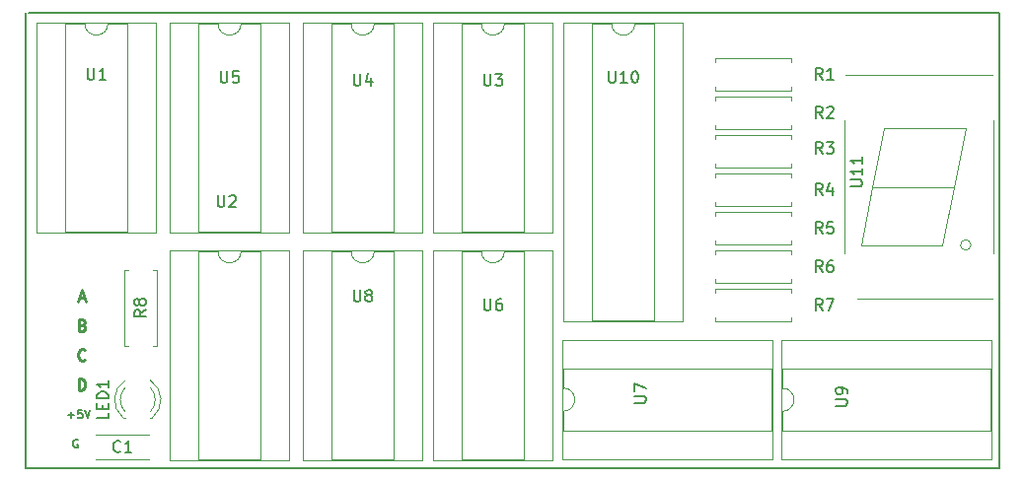
<source format=gbr>
%TF.GenerationSoftware,KiCad,Pcbnew,(6.0.7-1)-1*%
%TF.CreationDate,2022-11-19T17:24:07-05:00*%
%TF.ProjectId,BCDtoLCDLogic,42434474-6f4c-4434-944c-6f6769632e6b,rev?*%
%TF.SameCoordinates,Original*%
%TF.FileFunction,Legend,Top*%
%TF.FilePolarity,Positive*%
%FSLAX46Y46*%
G04 Gerber Fmt 4.6, Leading zero omitted, Abs format (unit mm)*
G04 Created by KiCad (PCBNEW (6.0.7-1)-1) date 2022-11-19 17:24:07*
%MOMM*%
%LPD*%
G01*
G04 APERTURE LIST*
%ADD10C,0.150000*%
%ADD11C,0.175000*%
%ADD12C,0.250000*%
%ADD13C,0.120000*%
G04 APERTURE END LIST*
D10*
X97536000Y-135128000D02*
X97536000Y-96012000D01*
X181102000Y-135128000D02*
X97536000Y-135128000D01*
X181102000Y-96012000D02*
X181102000Y-135128000D01*
X97790000Y-96012000D02*
X181102000Y-96012000D01*
D11*
X101208000Y-130606000D02*
X101741333Y-130606000D01*
X101474666Y-130872666D02*
X101474666Y-130339333D01*
X102408000Y-130172666D02*
X102074666Y-130172666D01*
X102041333Y-130506000D01*
X102074666Y-130472666D01*
X102141333Y-130439333D01*
X102308000Y-130439333D01*
X102374666Y-130472666D01*
X102408000Y-130506000D01*
X102441333Y-130572666D01*
X102441333Y-130739333D01*
X102408000Y-130806000D01*
X102374666Y-130839333D01*
X102308000Y-130872666D01*
X102141333Y-130872666D01*
X102074666Y-130839333D01*
X102041333Y-130806000D01*
X102641333Y-130172666D02*
X102874666Y-130872666D01*
X103108000Y-130172666D01*
D12*
X102433428Y-122864571D02*
X102576285Y-122912190D01*
X102623904Y-122959809D01*
X102671523Y-123055047D01*
X102671523Y-123197904D01*
X102623904Y-123293142D01*
X102576285Y-123340761D01*
X102481047Y-123388380D01*
X102100095Y-123388380D01*
X102100095Y-122388380D01*
X102433428Y-122388380D01*
X102528666Y-122436000D01*
X102576285Y-122483619D01*
X102623904Y-122578857D01*
X102623904Y-122674095D01*
X102576285Y-122769333D01*
X102528666Y-122816952D01*
X102433428Y-122864571D01*
X102100095Y-122864571D01*
X102100095Y-128468380D02*
X102100095Y-127468380D01*
X102338190Y-127468380D01*
X102481047Y-127516000D01*
X102576285Y-127611238D01*
X102623904Y-127706476D01*
X102671523Y-127896952D01*
X102671523Y-128039809D01*
X102623904Y-128230285D01*
X102576285Y-128325523D01*
X102481047Y-128420761D01*
X102338190Y-128468380D01*
X102100095Y-128468380D01*
X102123904Y-120562666D02*
X102600095Y-120562666D01*
X102028666Y-120848380D02*
X102362000Y-119848380D01*
X102695333Y-120848380D01*
X102671523Y-125833142D02*
X102623904Y-125880761D01*
X102481047Y-125928380D01*
X102385809Y-125928380D01*
X102242952Y-125880761D01*
X102147714Y-125785523D01*
X102100095Y-125690285D01*
X102052476Y-125499809D01*
X102052476Y-125356952D01*
X102100095Y-125166476D01*
X102147714Y-125071238D01*
X102242952Y-124976000D01*
X102385809Y-124928380D01*
X102481047Y-124928380D01*
X102623904Y-124976000D01*
X102671523Y-125023619D01*
D11*
X102037333Y-132746000D02*
X101970666Y-132712666D01*
X101870666Y-132712666D01*
X101770666Y-132746000D01*
X101704000Y-132812666D01*
X101670666Y-132879333D01*
X101637333Y-133012666D01*
X101637333Y-133112666D01*
X101670666Y-133246000D01*
X101704000Y-133312666D01*
X101770666Y-133379333D01*
X101870666Y-133412666D01*
X101937333Y-133412666D01*
X102037333Y-133379333D01*
X102070666Y-133346000D01*
X102070666Y-133112666D01*
X101937333Y-133112666D01*
D10*
%TO.C,R2*%
X165949333Y-105100380D02*
X165616000Y-104624190D01*
X165377904Y-105100380D02*
X165377904Y-104100380D01*
X165758857Y-104100380D01*
X165854095Y-104148000D01*
X165901714Y-104195619D01*
X165949333Y-104290857D01*
X165949333Y-104433714D01*
X165901714Y-104528952D01*
X165854095Y-104576571D01*
X165758857Y-104624190D01*
X165377904Y-104624190D01*
X166330285Y-104195619D02*
X166377904Y-104148000D01*
X166473142Y-104100380D01*
X166711238Y-104100380D01*
X166806476Y-104148000D01*
X166854095Y-104195619D01*
X166901714Y-104290857D01*
X166901714Y-104386095D01*
X166854095Y-104528952D01*
X166282666Y-105100380D01*
X166901714Y-105100380D01*
%TO.C,U2*%
X114046095Y-111720380D02*
X114046095Y-112529904D01*
X114093714Y-112625142D01*
X114141333Y-112672761D01*
X114236571Y-112720380D01*
X114427047Y-112720380D01*
X114522285Y-112672761D01*
X114569904Y-112625142D01*
X114617523Y-112529904D01*
X114617523Y-111720380D01*
X115046095Y-111815619D02*
X115093714Y-111768000D01*
X115188952Y-111720380D01*
X115427047Y-111720380D01*
X115522285Y-111768000D01*
X115569904Y-111815619D01*
X115617523Y-111910857D01*
X115617523Y-112006095D01*
X115569904Y-112148952D01*
X114998476Y-112720380D01*
X115617523Y-112720380D01*
%TO.C,U8*%
X125730095Y-119848380D02*
X125730095Y-120657904D01*
X125777714Y-120753142D01*
X125825333Y-120800761D01*
X125920571Y-120848380D01*
X126111047Y-120848380D01*
X126206285Y-120800761D01*
X126253904Y-120753142D01*
X126301523Y-120657904D01*
X126301523Y-119848380D01*
X126920571Y-120276952D02*
X126825333Y-120229333D01*
X126777714Y-120181714D01*
X126730095Y-120086476D01*
X126730095Y-120038857D01*
X126777714Y-119943619D01*
X126825333Y-119896000D01*
X126920571Y-119848380D01*
X127111047Y-119848380D01*
X127206285Y-119896000D01*
X127253904Y-119943619D01*
X127301523Y-120038857D01*
X127301523Y-120086476D01*
X127253904Y-120181714D01*
X127206285Y-120229333D01*
X127111047Y-120276952D01*
X126920571Y-120276952D01*
X126825333Y-120324571D01*
X126777714Y-120372190D01*
X126730095Y-120467428D01*
X126730095Y-120657904D01*
X126777714Y-120753142D01*
X126825333Y-120800761D01*
X126920571Y-120848380D01*
X127111047Y-120848380D01*
X127206285Y-120800761D01*
X127253904Y-120753142D01*
X127301523Y-120657904D01*
X127301523Y-120467428D01*
X127253904Y-120372190D01*
X127206285Y-120324571D01*
X127111047Y-120276952D01*
%TO.C,R8*%
X107894380Y-121578666D02*
X107418190Y-121912000D01*
X107894380Y-122150095D02*
X106894380Y-122150095D01*
X106894380Y-121769142D01*
X106942000Y-121673904D01*
X106989619Y-121626285D01*
X107084857Y-121578666D01*
X107227714Y-121578666D01*
X107322952Y-121626285D01*
X107370571Y-121673904D01*
X107418190Y-121769142D01*
X107418190Y-122150095D01*
X107322952Y-121007238D02*
X107275333Y-121102476D01*
X107227714Y-121150095D01*
X107132476Y-121197714D01*
X107084857Y-121197714D01*
X106989619Y-121150095D01*
X106942000Y-121102476D01*
X106894380Y-121007238D01*
X106894380Y-120816761D01*
X106942000Y-120721523D01*
X106989619Y-120673904D01*
X107084857Y-120626285D01*
X107132476Y-120626285D01*
X107227714Y-120673904D01*
X107275333Y-120721523D01*
X107322952Y-120816761D01*
X107322952Y-121007238D01*
X107370571Y-121102476D01*
X107418190Y-121150095D01*
X107513428Y-121197714D01*
X107703904Y-121197714D01*
X107799142Y-121150095D01*
X107846761Y-121102476D01*
X107894380Y-121007238D01*
X107894380Y-120816761D01*
X107846761Y-120721523D01*
X107799142Y-120673904D01*
X107703904Y-120626285D01*
X107513428Y-120626285D01*
X107418190Y-120673904D01*
X107370571Y-120721523D01*
X107322952Y-120816761D01*
%TO.C,R7*%
X165949333Y-121610380D02*
X165616000Y-121134190D01*
X165377904Y-121610380D02*
X165377904Y-120610380D01*
X165758857Y-120610380D01*
X165854095Y-120658000D01*
X165901714Y-120705619D01*
X165949333Y-120800857D01*
X165949333Y-120943714D01*
X165901714Y-121038952D01*
X165854095Y-121086571D01*
X165758857Y-121134190D01*
X165377904Y-121134190D01*
X166282666Y-120610380D02*
X166949333Y-120610380D01*
X166520761Y-121610380D01*
%TO.C,R5*%
X165949333Y-115006380D02*
X165616000Y-114530190D01*
X165377904Y-115006380D02*
X165377904Y-114006380D01*
X165758857Y-114006380D01*
X165854095Y-114054000D01*
X165901714Y-114101619D01*
X165949333Y-114196857D01*
X165949333Y-114339714D01*
X165901714Y-114434952D01*
X165854095Y-114482571D01*
X165758857Y-114530190D01*
X165377904Y-114530190D01*
X166854095Y-114006380D02*
X166377904Y-114006380D01*
X166330285Y-114482571D01*
X166377904Y-114434952D01*
X166473142Y-114387333D01*
X166711238Y-114387333D01*
X166806476Y-114434952D01*
X166854095Y-114482571D01*
X166901714Y-114577809D01*
X166901714Y-114815904D01*
X166854095Y-114911142D01*
X166806476Y-114958761D01*
X166711238Y-115006380D01*
X166473142Y-115006380D01*
X166377904Y-114958761D01*
X166330285Y-114911142D01*
%TO.C,U11*%
X168362380Y-110966095D02*
X169171904Y-110966095D01*
X169267142Y-110918476D01*
X169314761Y-110870857D01*
X169362380Y-110775619D01*
X169362380Y-110585142D01*
X169314761Y-110489904D01*
X169267142Y-110442285D01*
X169171904Y-110394666D01*
X168362380Y-110394666D01*
X169362380Y-109394666D02*
X169362380Y-109966095D01*
X169362380Y-109680380D02*
X168362380Y-109680380D01*
X168505238Y-109775619D01*
X168600476Y-109870857D01*
X168648095Y-109966095D01*
X169362380Y-108442285D02*
X169362380Y-109013714D01*
X169362380Y-108728000D02*
X168362380Y-108728000D01*
X168505238Y-108823238D01*
X168600476Y-108918476D01*
X168648095Y-109013714D01*
%TO.C,R6*%
X165949333Y-118308380D02*
X165616000Y-117832190D01*
X165377904Y-118308380D02*
X165377904Y-117308380D01*
X165758857Y-117308380D01*
X165854095Y-117356000D01*
X165901714Y-117403619D01*
X165949333Y-117498857D01*
X165949333Y-117641714D01*
X165901714Y-117736952D01*
X165854095Y-117784571D01*
X165758857Y-117832190D01*
X165377904Y-117832190D01*
X166806476Y-117308380D02*
X166616000Y-117308380D01*
X166520761Y-117356000D01*
X166473142Y-117403619D01*
X166377904Y-117546476D01*
X166330285Y-117736952D01*
X166330285Y-118117904D01*
X166377904Y-118213142D01*
X166425523Y-118260761D01*
X166520761Y-118308380D01*
X166711238Y-118308380D01*
X166806476Y-118260761D01*
X166854095Y-118213142D01*
X166901714Y-118117904D01*
X166901714Y-117879809D01*
X166854095Y-117784571D01*
X166806476Y-117736952D01*
X166711238Y-117689333D01*
X166520761Y-117689333D01*
X166425523Y-117736952D01*
X166377904Y-117784571D01*
X166330285Y-117879809D01*
%TO.C,U9*%
X167092380Y-129793904D02*
X167901904Y-129793904D01*
X167997142Y-129746285D01*
X168044761Y-129698666D01*
X168092380Y-129603428D01*
X168092380Y-129412952D01*
X168044761Y-129317714D01*
X167997142Y-129270095D01*
X167901904Y-129222476D01*
X167092380Y-129222476D01*
X168092380Y-128698666D02*
X168092380Y-128508190D01*
X168044761Y-128412952D01*
X167997142Y-128365333D01*
X167854285Y-128270095D01*
X167663809Y-128222476D01*
X167282857Y-128222476D01*
X167187619Y-128270095D01*
X167140000Y-128317714D01*
X167092380Y-128412952D01*
X167092380Y-128603428D01*
X167140000Y-128698666D01*
X167187619Y-128746285D01*
X167282857Y-128793904D01*
X167520952Y-128793904D01*
X167616190Y-128746285D01*
X167663809Y-128698666D01*
X167711428Y-128603428D01*
X167711428Y-128412952D01*
X167663809Y-128317714D01*
X167616190Y-128270095D01*
X167520952Y-128222476D01*
%TO.C,U1*%
X102880095Y-100798380D02*
X102880095Y-101607904D01*
X102927714Y-101703142D01*
X102975333Y-101750761D01*
X103070571Y-101798380D01*
X103261047Y-101798380D01*
X103356285Y-101750761D01*
X103403904Y-101703142D01*
X103451523Y-101607904D01*
X103451523Y-100798380D01*
X104451523Y-101798380D02*
X103880095Y-101798380D01*
X104165809Y-101798380D02*
X104165809Y-100798380D01*
X104070571Y-100941238D01*
X103975333Y-101036476D01*
X103880095Y-101084095D01*
%TO.C,U7*%
X149820380Y-129539904D02*
X150629904Y-129539904D01*
X150725142Y-129492285D01*
X150772761Y-129444666D01*
X150820380Y-129349428D01*
X150820380Y-129158952D01*
X150772761Y-129063714D01*
X150725142Y-129016095D01*
X150629904Y-128968476D01*
X149820380Y-128968476D01*
X149820380Y-128587523D02*
X149820380Y-127920857D01*
X150820380Y-128349428D01*
%TO.C,U3*%
X136916095Y-101306380D02*
X136916095Y-102115904D01*
X136963714Y-102211142D01*
X137011333Y-102258761D01*
X137106571Y-102306380D01*
X137297047Y-102306380D01*
X137392285Y-102258761D01*
X137439904Y-102211142D01*
X137487523Y-102115904D01*
X137487523Y-101306380D01*
X137868476Y-101306380D02*
X138487523Y-101306380D01*
X138154190Y-101687333D01*
X138297047Y-101687333D01*
X138392285Y-101734952D01*
X138439904Y-101782571D01*
X138487523Y-101877809D01*
X138487523Y-102115904D01*
X138439904Y-102211142D01*
X138392285Y-102258761D01*
X138297047Y-102306380D01*
X138011333Y-102306380D01*
X137916095Y-102258761D01*
X137868476Y-102211142D01*
%TO.C,U4*%
X125740095Y-101306380D02*
X125740095Y-102115904D01*
X125787714Y-102211142D01*
X125835333Y-102258761D01*
X125930571Y-102306380D01*
X126121047Y-102306380D01*
X126216285Y-102258761D01*
X126263904Y-102211142D01*
X126311523Y-102115904D01*
X126311523Y-101306380D01*
X127216285Y-101639714D02*
X127216285Y-102306380D01*
X126978190Y-101258761D02*
X126740095Y-101973047D01*
X127359142Y-101973047D01*
%TO.C,LED1*%
X104680380Y-130410047D02*
X104680380Y-130886238D01*
X103680380Y-130886238D01*
X104156571Y-130076714D02*
X104156571Y-129743380D01*
X104680380Y-129600523D02*
X104680380Y-130076714D01*
X103680380Y-130076714D01*
X103680380Y-129600523D01*
X104680380Y-129171952D02*
X103680380Y-129171952D01*
X103680380Y-128933857D01*
X103728000Y-128791000D01*
X103823238Y-128695761D01*
X103918476Y-128648142D01*
X104108952Y-128600523D01*
X104251809Y-128600523D01*
X104442285Y-128648142D01*
X104537523Y-128695761D01*
X104632761Y-128791000D01*
X104680380Y-128933857D01*
X104680380Y-129171952D01*
X104680380Y-127648142D02*
X104680380Y-128219571D01*
X104680380Y-127933857D02*
X103680380Y-127933857D01*
X103823238Y-128029095D01*
X103918476Y-128124333D01*
X103966095Y-128219571D01*
%TO.C,R4*%
X165949333Y-111704380D02*
X165616000Y-111228190D01*
X165377904Y-111704380D02*
X165377904Y-110704380D01*
X165758857Y-110704380D01*
X165854095Y-110752000D01*
X165901714Y-110799619D01*
X165949333Y-110894857D01*
X165949333Y-111037714D01*
X165901714Y-111132952D01*
X165854095Y-111180571D01*
X165758857Y-111228190D01*
X165377904Y-111228190D01*
X166806476Y-111037714D02*
X166806476Y-111704380D01*
X166568380Y-110656761D02*
X166330285Y-111371047D01*
X166949333Y-111371047D01*
%TO.C,U10*%
X147615904Y-101052380D02*
X147615904Y-101861904D01*
X147663523Y-101957142D01*
X147711142Y-102004761D01*
X147806380Y-102052380D01*
X147996857Y-102052380D01*
X148092095Y-102004761D01*
X148139714Y-101957142D01*
X148187333Y-101861904D01*
X148187333Y-101052380D01*
X149187333Y-102052380D02*
X148615904Y-102052380D01*
X148901619Y-102052380D02*
X148901619Y-101052380D01*
X148806380Y-101195238D01*
X148711142Y-101290476D01*
X148615904Y-101338095D01*
X149806380Y-101052380D02*
X149901619Y-101052380D01*
X149996857Y-101100000D01*
X150044476Y-101147619D01*
X150092095Y-101242857D01*
X150139714Y-101433333D01*
X150139714Y-101671428D01*
X150092095Y-101861904D01*
X150044476Y-101957142D01*
X149996857Y-102004761D01*
X149901619Y-102052380D01*
X149806380Y-102052380D01*
X149711142Y-102004761D01*
X149663523Y-101957142D01*
X149615904Y-101861904D01*
X149568285Y-101671428D01*
X149568285Y-101433333D01*
X149615904Y-101242857D01*
X149663523Y-101147619D01*
X149711142Y-101100000D01*
X149806380Y-101052380D01*
%TO.C,U5*%
X114310095Y-101052380D02*
X114310095Y-101861904D01*
X114357714Y-101957142D01*
X114405333Y-102004761D01*
X114500571Y-102052380D01*
X114691047Y-102052380D01*
X114786285Y-102004761D01*
X114833904Y-101957142D01*
X114881523Y-101861904D01*
X114881523Y-101052380D01*
X115833904Y-101052380D02*
X115357714Y-101052380D01*
X115310095Y-101528571D01*
X115357714Y-101480952D01*
X115452952Y-101433333D01*
X115691047Y-101433333D01*
X115786285Y-101480952D01*
X115833904Y-101528571D01*
X115881523Y-101623809D01*
X115881523Y-101861904D01*
X115833904Y-101957142D01*
X115786285Y-102004761D01*
X115691047Y-102052380D01*
X115452952Y-102052380D01*
X115357714Y-102004761D01*
X115310095Y-101957142D01*
%TO.C,U6*%
X136916095Y-120610380D02*
X136916095Y-121419904D01*
X136963714Y-121515142D01*
X137011333Y-121562761D01*
X137106571Y-121610380D01*
X137297047Y-121610380D01*
X137392285Y-121562761D01*
X137439904Y-121515142D01*
X137487523Y-121419904D01*
X137487523Y-120610380D01*
X138392285Y-120610380D02*
X138201809Y-120610380D01*
X138106571Y-120658000D01*
X138058952Y-120705619D01*
X137963714Y-120848476D01*
X137916095Y-121038952D01*
X137916095Y-121419904D01*
X137963714Y-121515142D01*
X138011333Y-121562761D01*
X138106571Y-121610380D01*
X138297047Y-121610380D01*
X138392285Y-121562761D01*
X138439904Y-121515142D01*
X138487523Y-121419904D01*
X138487523Y-121181809D01*
X138439904Y-121086571D01*
X138392285Y-121038952D01*
X138297047Y-120991333D01*
X138106571Y-120991333D01*
X138011333Y-121038952D01*
X137963714Y-121086571D01*
X137916095Y-121181809D01*
%TO.C,C1*%
X105711333Y-133707142D02*
X105663714Y-133754761D01*
X105520857Y-133802380D01*
X105425619Y-133802380D01*
X105282761Y-133754761D01*
X105187523Y-133659523D01*
X105139904Y-133564285D01*
X105092285Y-133373809D01*
X105092285Y-133230952D01*
X105139904Y-133040476D01*
X105187523Y-132945238D01*
X105282761Y-132850000D01*
X105425619Y-132802380D01*
X105520857Y-132802380D01*
X105663714Y-132850000D01*
X105711333Y-132897619D01*
X106663714Y-133802380D02*
X106092285Y-133802380D01*
X106378000Y-133802380D02*
X106378000Y-132802380D01*
X106282761Y-132945238D01*
X106187523Y-133040476D01*
X106092285Y-133088095D01*
%TO.C,R1*%
X165949333Y-101798380D02*
X165616000Y-101322190D01*
X165377904Y-101798380D02*
X165377904Y-100798380D01*
X165758857Y-100798380D01*
X165854095Y-100846000D01*
X165901714Y-100893619D01*
X165949333Y-100988857D01*
X165949333Y-101131714D01*
X165901714Y-101226952D01*
X165854095Y-101274571D01*
X165758857Y-101322190D01*
X165377904Y-101322190D01*
X166901714Y-101798380D02*
X166330285Y-101798380D01*
X166616000Y-101798380D02*
X166616000Y-100798380D01*
X166520761Y-100941238D01*
X166425523Y-101036476D01*
X166330285Y-101084095D01*
%TO.C,R3*%
X165949333Y-108148380D02*
X165616000Y-107672190D01*
X165377904Y-108148380D02*
X165377904Y-107148380D01*
X165758857Y-107148380D01*
X165854095Y-107196000D01*
X165901714Y-107243619D01*
X165949333Y-107338857D01*
X165949333Y-107481714D01*
X165901714Y-107576952D01*
X165854095Y-107624571D01*
X165758857Y-107672190D01*
X165377904Y-107672190D01*
X166282666Y-107148380D02*
X166901714Y-107148380D01*
X166568380Y-107529333D01*
X166711238Y-107529333D01*
X166806476Y-107576952D01*
X166854095Y-107624571D01*
X166901714Y-107719809D01*
X166901714Y-107957904D01*
X166854095Y-108053142D01*
X166806476Y-108100761D01*
X166711238Y-108148380D01*
X166425523Y-108148380D01*
X166330285Y-108100761D01*
X166282666Y-108053142D01*
D13*
%TO.C,R2*%
X156750000Y-103608000D02*
X156750000Y-103278000D01*
X156750000Y-105688000D02*
X156750000Y-106018000D01*
X156750000Y-106018000D02*
X163290000Y-106018000D01*
X163290000Y-103278000D02*
X163290000Y-103608000D01*
X156750000Y-103278000D02*
X163290000Y-103278000D01*
X163290000Y-106018000D02*
X163290000Y-105688000D01*
%TO.C,U2*%
X109932000Y-134481000D02*
X120212000Y-134481000D01*
X117722000Y-134421000D02*
X117722000Y-116521000D01*
X112422000Y-116521000D02*
X112422000Y-134421000D01*
X117722000Y-116521000D02*
X116072000Y-116521000D01*
X112422000Y-134421000D02*
X117722000Y-134421000D01*
X120212000Y-116461000D02*
X109932000Y-116461000D01*
X109932000Y-116461000D02*
X109932000Y-134481000D01*
X120212000Y-134481000D02*
X120212000Y-116461000D01*
X114072000Y-116521000D02*
X112422000Y-116521000D01*
X114072000Y-116521000D02*
G75*
G03*
X116072000Y-116521000I1000000J0D01*
G01*
%TO.C,U8*%
X123842000Y-116526000D02*
X123842000Y-134426000D01*
X125492000Y-116526000D02*
X123842000Y-116526000D01*
X123842000Y-134426000D02*
X129142000Y-134426000D01*
X121352000Y-134486000D02*
X131632000Y-134486000D01*
X121352000Y-116466000D02*
X121352000Y-134486000D01*
X131632000Y-116466000D02*
X121352000Y-116466000D01*
X131632000Y-134486000D02*
X131632000Y-116466000D01*
X129142000Y-116526000D02*
X127492000Y-116526000D01*
X129142000Y-134426000D02*
X129142000Y-116526000D01*
X125492000Y-116526000D02*
G75*
G03*
X127492000Y-116526000I1000000J0D01*
G01*
%TO.C,R8*%
X106402000Y-118142000D02*
X106072000Y-118142000D01*
X108482000Y-118142000D02*
X108812000Y-118142000D01*
X106072000Y-124682000D02*
X106402000Y-124682000D01*
X106072000Y-118142000D02*
X106072000Y-124682000D01*
X108812000Y-118142000D02*
X108812000Y-124682000D01*
X108812000Y-124682000D02*
X108482000Y-124682000D01*
%TO.C,R7*%
X156750000Y-122528000D02*
X163290000Y-122528000D01*
X156750000Y-120118000D02*
X156750000Y-119788000D01*
X156750000Y-119788000D02*
X163290000Y-119788000D01*
X156750000Y-122198000D02*
X156750000Y-122528000D01*
X163290000Y-119788000D02*
X163290000Y-120118000D01*
X163290000Y-122528000D02*
X163290000Y-122198000D01*
%TO.C,R5*%
X163290000Y-115924000D02*
X163290000Y-115594000D01*
X156750000Y-113184000D02*
X163290000Y-113184000D01*
X156750000Y-113514000D02*
X156750000Y-113184000D01*
X156750000Y-115594000D02*
X156750000Y-115924000D01*
X156750000Y-115924000D02*
X163290000Y-115924000D01*
X163290000Y-113184000D02*
X163290000Y-113514000D01*
%TO.C,U11*%
X167834000Y-116713000D02*
X167834000Y-105283000D01*
X171244000Y-105998000D02*
X170244000Y-110998000D01*
X180654000Y-116713000D02*
X180654000Y-105283000D01*
X169244000Y-115998000D02*
X176244000Y-115998000D01*
X168944000Y-120633000D02*
X180544000Y-120633000D01*
X176244000Y-115998000D02*
X177244000Y-110998000D01*
X171244000Y-105998000D02*
X178244000Y-105998000D01*
X177244000Y-110998000D02*
X170244000Y-110998000D01*
X178244000Y-105998000D02*
X177244000Y-110998000D01*
X180544000Y-101363000D02*
X167944000Y-101363000D01*
X170244000Y-110998000D02*
X169244000Y-115998000D01*
X178691214Y-115998000D02*
G75*
G03*
X178691214Y-115998000I-447214J0D01*
G01*
%TO.C,R6*%
X156750000Y-118896000D02*
X156750000Y-119226000D01*
X163290000Y-116486000D02*
X163290000Y-116816000D01*
X156750000Y-119226000D02*
X163290000Y-119226000D01*
X156750000Y-116486000D02*
X163290000Y-116486000D01*
X156750000Y-116816000D02*
X156750000Y-116486000D01*
X163290000Y-119226000D02*
X163290000Y-118896000D01*
%TO.C,U9*%
X180460000Y-124146000D02*
X162440000Y-124146000D01*
X162500000Y-131936000D02*
X180400000Y-131936000D01*
X162500000Y-126636000D02*
X162500000Y-128286000D01*
X180400000Y-131936000D02*
X180400000Y-126636000D01*
X180400000Y-126636000D02*
X162500000Y-126636000D01*
X162440000Y-134426000D02*
X180460000Y-134426000D01*
X162440000Y-124146000D02*
X162440000Y-134426000D01*
X180460000Y-134426000D02*
X180460000Y-124146000D01*
X162500000Y-130286000D02*
X162500000Y-131936000D01*
X162500000Y-130286000D02*
G75*
G03*
X162500000Y-128286000I0J1000000D01*
G01*
%TO.C,U1*%
X108782000Y-96903000D02*
X98502000Y-96903000D01*
X100992000Y-96963000D02*
X100992000Y-114863000D01*
X98502000Y-114923000D02*
X108782000Y-114923000D01*
X100992000Y-114863000D02*
X106292000Y-114863000D01*
X102642000Y-96963000D02*
X100992000Y-96963000D01*
X106292000Y-96963000D02*
X104642000Y-96963000D01*
X108782000Y-114923000D02*
X108782000Y-96903000D01*
X106292000Y-114863000D02*
X106292000Y-96963000D01*
X98502000Y-96903000D02*
X98502000Y-114923000D01*
X102642000Y-96963000D02*
G75*
G03*
X104642000Y-96963000I1000000J0D01*
G01*
%TO.C,U7*%
X161599000Y-126626000D02*
X143699000Y-126626000D01*
X143699000Y-130276000D02*
X143699000Y-131926000D01*
X143699000Y-131926000D02*
X161599000Y-131926000D01*
X161599000Y-131926000D02*
X161599000Y-126626000D01*
X143699000Y-126626000D02*
X143699000Y-128276000D01*
X143639000Y-134416000D02*
X161659000Y-134416000D01*
X143639000Y-124136000D02*
X143639000Y-134416000D01*
X161659000Y-124136000D02*
X143639000Y-124136000D01*
X161659000Y-134416000D02*
X161659000Y-124136000D01*
X143699000Y-130276000D02*
G75*
G03*
X143699000Y-128276000I0J1000000D01*
G01*
%TO.C,U3*%
X135028000Y-96963000D02*
X135028000Y-114863000D01*
X140328000Y-96963000D02*
X138678000Y-96963000D01*
X140328000Y-114863000D02*
X140328000Y-96963000D01*
X142818000Y-114923000D02*
X142818000Y-96903000D01*
X132538000Y-114923000D02*
X142818000Y-114923000D01*
X135028000Y-114863000D02*
X140328000Y-114863000D01*
X132538000Y-96903000D02*
X132538000Y-114923000D01*
X136678000Y-96963000D02*
X135028000Y-96963000D01*
X142818000Y-96903000D02*
X132538000Y-96903000D01*
X136678000Y-96963000D02*
G75*
G03*
X138678000Y-96963000I1000000J0D01*
G01*
%TO.C,U4*%
X131642000Y-114923000D02*
X131642000Y-96903000D01*
X123852000Y-96963000D02*
X123852000Y-114863000D01*
X125502000Y-96963000D02*
X123852000Y-96963000D01*
X121362000Y-96903000D02*
X121362000Y-114923000D01*
X123852000Y-114863000D02*
X129152000Y-114863000D01*
X121362000Y-114923000D02*
X131642000Y-114923000D01*
X129152000Y-114863000D02*
X129152000Y-96963000D01*
X131642000Y-96903000D02*
X121362000Y-96903000D01*
X129152000Y-96963000D02*
X127502000Y-96963000D01*
X125502000Y-96963000D02*
G75*
G03*
X127502000Y-96963000I1000000J0D01*
G01*
%TO.C,LED1*%
X105952000Y-130851000D02*
X106108000Y-130851000D01*
X108268000Y-130851000D02*
X108424000Y-130851000D01*
X108268000Y-130331961D02*
G75*
G03*
X108267837Y-128249870I-1080000J1040961D01*
G01*
X106109392Y-127618665D02*
G75*
G03*
X105952484Y-130851000I1078608J-1672335D01*
G01*
X108423516Y-130851000D02*
G75*
G03*
X108266608Y-127618665I-1235516J1560000D01*
G01*
X106108163Y-128249870D02*
G75*
G03*
X106108000Y-130331961I1079837J-1041130D01*
G01*
%TO.C,R4*%
X156750000Y-109882000D02*
X163290000Y-109882000D01*
X163290000Y-112622000D02*
X163290000Y-112292000D01*
X156750000Y-112292000D02*
X156750000Y-112622000D01*
X163290000Y-109882000D02*
X163290000Y-110212000D01*
X156750000Y-112622000D02*
X163290000Y-112622000D01*
X156750000Y-110212000D02*
X156750000Y-109882000D01*
%TO.C,U10*%
X146204000Y-96973000D02*
X146204000Y-122493000D01*
X143714000Y-96913000D02*
X143714000Y-122553000D01*
X151504000Y-122493000D02*
X151504000Y-96973000D01*
X153994000Y-122553000D02*
X153994000Y-96913000D01*
X153994000Y-96913000D02*
X143714000Y-96913000D01*
X143714000Y-122553000D02*
X153994000Y-122553000D01*
X146204000Y-122493000D02*
X151504000Y-122493000D01*
X147854000Y-96973000D02*
X146204000Y-96973000D01*
X151504000Y-96973000D02*
X149854000Y-96973000D01*
X147854000Y-96973000D02*
G75*
G03*
X149854000Y-96973000I1000000J0D01*
G01*
%TO.C,U5*%
X109932000Y-96903000D02*
X109932000Y-114923000D01*
X114072000Y-96963000D02*
X112422000Y-96963000D01*
X117722000Y-114863000D02*
X117722000Y-96963000D01*
X117722000Y-96963000D02*
X116072000Y-96963000D01*
X120212000Y-96903000D02*
X109932000Y-96903000D01*
X109932000Y-114923000D02*
X120212000Y-114923000D01*
X112422000Y-114863000D02*
X117722000Y-114863000D01*
X120212000Y-114923000D02*
X120212000Y-96903000D01*
X112422000Y-96963000D02*
X112422000Y-114863000D01*
X114072000Y-96963000D02*
G75*
G03*
X116072000Y-96963000I1000000J0D01*
G01*
%TO.C,U6*%
X132538000Y-134481000D02*
X142818000Y-134481000D01*
X142818000Y-134481000D02*
X142818000Y-116461000D01*
X132538000Y-116461000D02*
X132538000Y-134481000D01*
X135028000Y-116521000D02*
X135028000Y-134421000D01*
X142818000Y-116461000D02*
X132538000Y-116461000D01*
X135028000Y-134421000D02*
X140328000Y-134421000D01*
X140328000Y-116521000D02*
X138678000Y-116521000D01*
X140328000Y-134421000D02*
X140328000Y-116521000D01*
X136678000Y-116521000D02*
X135028000Y-116521000D01*
X136678000Y-116521000D02*
G75*
G03*
X138678000Y-116521000I1000000J0D01*
G01*
%TO.C,C1*%
X108148000Y-134405000D02*
X108148000Y-134420000D01*
X103608000Y-132280000D02*
X108148000Y-132280000D01*
X103608000Y-134420000D02*
X108148000Y-134420000D01*
X108148000Y-132280000D02*
X108148000Y-132295000D01*
X103608000Y-132280000D02*
X103608000Y-132295000D01*
X103608000Y-134405000D02*
X103608000Y-134420000D01*
%TO.C,R1*%
X156750000Y-102716000D02*
X163290000Y-102716000D01*
X156750000Y-99976000D02*
X163290000Y-99976000D01*
X163290000Y-99976000D02*
X163290000Y-100306000D01*
X156750000Y-102386000D02*
X156750000Y-102716000D01*
X156750000Y-100306000D02*
X156750000Y-99976000D01*
X163290000Y-102716000D02*
X163290000Y-102386000D01*
%TO.C,R3*%
X156750000Y-106910000D02*
X156750000Y-106580000D01*
X163290000Y-106580000D02*
X163290000Y-106910000D01*
X156750000Y-109320000D02*
X163290000Y-109320000D01*
X163290000Y-109320000D02*
X163290000Y-108990000D01*
X156750000Y-106580000D02*
X163290000Y-106580000D01*
X156750000Y-108990000D02*
X156750000Y-109320000D01*
%TD*%
M02*

</source>
